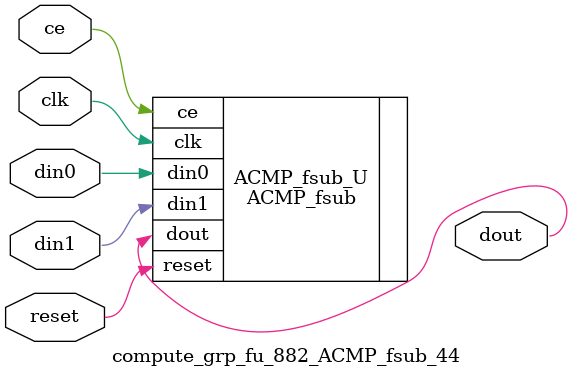
<source format=v>

`timescale 1 ns / 1 ps
module compute_grp_fu_882_ACMP_fsub_44(
    clk,
    reset,
    ce,
    din0,
    din1,
    dout);

parameter ID = 32'd1;
parameter NUM_STAGE = 32'd1;
parameter din0_WIDTH = 32'd1;
parameter din1_WIDTH = 32'd1;
parameter dout_WIDTH = 32'd1;
input clk;
input reset;
input ce;
input[din0_WIDTH - 1:0] din0;
input[din1_WIDTH - 1:0] din1;
output[dout_WIDTH - 1:0] dout;



ACMP_fsub #(
.ID( ID ),
.NUM_STAGE( 4 ),
.din0_WIDTH( din0_WIDTH ),
.din1_WIDTH( din1_WIDTH ),
.dout_WIDTH( dout_WIDTH ))
ACMP_fsub_U(
    .clk( clk ),
    .reset( reset ),
    .ce( ce ),
    .din0( din0 ),
    .din1( din1 ),
    .dout( dout ));

endmodule

</source>
